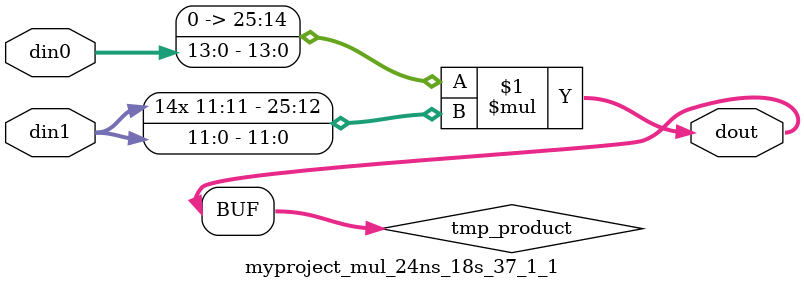
<source format=v>

`timescale 1 ns / 1 ps

  module myproject_mul_24ns_18s_37_1_1(din0, din1, dout);
parameter ID = 1;
parameter NUM_STAGE = 0;
parameter din0_WIDTH = 14;
parameter din1_WIDTH = 12;
parameter dout_WIDTH = 26;

input [din0_WIDTH - 1 : 0] din0; 
input [din1_WIDTH - 1 : 0] din1; 
output [dout_WIDTH - 1 : 0] dout;

wire signed [dout_WIDTH - 1 : 0] tmp_product;











assign tmp_product = $signed({1'b0, din0}) * $signed(din1);










assign dout = tmp_product;







endmodule

</source>
